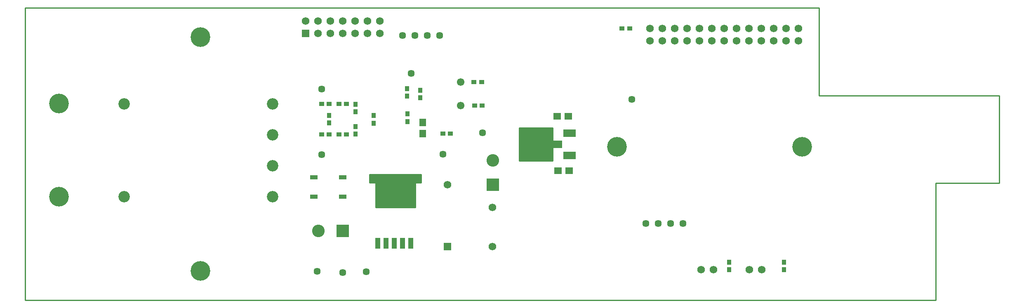
<source format=gts>
*
*
G04 PADS 9.5 Build Number: 522968 generated Gerber (RS-274-X) file*
G04 PC Version=2.1*
*
%IN "ohm1.pcb"*%
*
%MOIN*%
*
%FSLAX35Y35*%
*
*
*
*
G04 PC Standard Apertures*
*
*
G04 Thermal Relief Aperture macro.*
%AMTER*
1,1,$1,0,0*
1,0,$1-$2,0,0*
21,0,$3,$4,0,0,45*
21,0,$3,$4,0,0,135*
%
*
*
G04 Annular Aperture macro.*
%AMANN*
1,1,$1,0,0*
1,0,$2,0,0*
%
*
*
G04 Odd Aperture macro.*
%AMODD*
1,1,$1,0,0*
1,0,$1-0.005,0,0*
%
*
*
G04 PC Custom Aperture Macros*
*
*
*
*
*
*
G04 PC Aperture Table*
*
%ADD010C,0.001*%
%ADD013C,0.01*%
%ADD133R,0.062X0.062*%
%ADD134C,0.062*%
%ADD144R,0.032X0.04*%
%ADD145R,0.04X0.032*%
%ADD146C,0.05712*%
%ADD147R,0.052X0.062*%
%ADD148C,0.06106*%
%ADD149R,0.062X0.052*%
%ADD150R,0.10043X0.06106*%
%ADD151R,0.04413X0.08704*%
%ADD152C,0.15948*%
%ADD153C,0.092*%
%ADD154R,0.10137X0.10137*%
%ADD155C,0.10137*%
%ADD156R,0.06302X0.03546*%
*
*
*
*
G04 PC Circuitry*
G04 Layer Name ohm1.pcb - circuitry*
%LPD*%
*
*
G04 PC Custom Flashes*
G04 Layer Name ohm1.pcb - flashes*
%LPD*%
*
*
G04 PC Circuitry*
G04 Layer Name ohm1.pcb - circuitry*
%LPD*%
*
G54D10*
G54D13*
G01X2032591Y1621086D02*
X2005832D01*
Y1594327*
X2032591*
Y1621086*
X2005932Y1594327D02*
Y1621086D01*
X2006432Y1594327D02*
Y1621086D01*
X2006932Y1594327D02*
Y1621086D01*
X2007432Y1594327D02*
Y1621086D01*
X2007932Y1594327D02*
Y1621086D01*
X2008432Y1594327D02*
Y1621086D01*
X2008932Y1594327D02*
Y1621086D01*
X2009432Y1594327D02*
Y1621086D01*
X2009932Y1594327D02*
Y1621086D01*
X2010432Y1594327D02*
Y1621086D01*
X2010932Y1594327D02*
Y1621086D01*
X2011432Y1594327D02*
Y1621086D01*
X2011932Y1594327D02*
Y1621086D01*
X2012432Y1594327D02*
Y1621086D01*
X2012932Y1594327D02*
Y1621086D01*
X2013432Y1594327D02*
Y1621086D01*
X2013932Y1594327D02*
Y1621086D01*
X2014432Y1594327D02*
Y1621086D01*
X2014932Y1594327D02*
Y1621086D01*
X2015432Y1594327D02*
Y1621086D01*
X2015932Y1594327D02*
Y1621086D01*
X2016432Y1594327D02*
Y1621086D01*
X2016932Y1594327D02*
Y1621086D01*
X2017432Y1594327D02*
Y1621086D01*
X2017932Y1594327D02*
Y1621086D01*
X2018432Y1594327D02*
Y1621086D01*
X2018932Y1594327D02*
Y1621086D01*
X2019432Y1594327D02*
Y1621086D01*
X2019932Y1594327D02*
Y1621086D01*
X2020432Y1594327D02*
Y1621086D01*
X2020932Y1594327D02*
Y1621086D01*
X2021432Y1594327D02*
Y1621086D01*
X2021932Y1594327D02*
Y1621086D01*
X2022432Y1594327D02*
Y1621086D01*
X2022932Y1594327D02*
Y1621086D01*
X2023432Y1594327D02*
Y1621086D01*
X2023932Y1594327D02*
Y1621086D01*
X2024432Y1594327D02*
Y1621086D01*
X2024932Y1594327D02*
Y1621086D01*
X2025432Y1594327D02*
Y1621086D01*
X2025932Y1594327D02*
Y1621086D01*
X2026432Y1594327D02*
Y1621086D01*
X2026932Y1594327D02*
Y1621086D01*
X2027432Y1594327D02*
Y1621086D01*
X2027932Y1594327D02*
Y1621086D01*
X2028432Y1594327D02*
Y1621086D01*
X2028932Y1594327D02*
Y1621086D01*
X2029432Y1594327D02*
Y1621086D01*
X2029932Y1594327D02*
Y1621086D01*
X2030432Y1594327D02*
Y1621086D01*
X2030932Y1594327D02*
Y1621086D01*
X2031432Y1594327D02*
Y1621086D01*
X2031932Y1594327D02*
Y1621086D01*
X2032432Y1594327D02*
Y1621086D01*
X1921600Y1556624D02*
Y1576288D01*
X1921639Y1576408*
X1921714Y1576511*
X1921816Y1576585*
X1921937Y1576624*
X1926462*
Y1583344*
X1884743*
Y1576624*
X1889268*
X1889389Y1576585*
X1889491Y1576511*
X1889566Y1576408*
X1889605Y1576288*
Y1556624*
X1921600*
X1884843Y1576624D02*
Y1583344D01*
X1885343Y1576624D02*
Y1583344D01*
X1885843Y1576624D02*
Y1583344D01*
X1886343Y1576624D02*
Y1583344D01*
X1886843Y1576624D02*
Y1583344D01*
X1887343Y1576624D02*
Y1583344D01*
X1887843Y1576624D02*
Y1583344D01*
X1888343Y1576624D02*
Y1583344D01*
X1888843Y1576624D02*
Y1583344D01*
X1889343Y1576600D02*
Y1583344D01*
X1889843Y1556624D02*
Y1583344D01*
X1890343Y1556624D02*
Y1583344D01*
X1890843Y1556624D02*
Y1583344D01*
X1891343Y1556624D02*
Y1583344D01*
X1891843Y1556624D02*
Y1583344D01*
X1892343Y1556624D02*
Y1583344D01*
X1892843Y1556624D02*
Y1583344D01*
X1893343Y1556624D02*
Y1583344D01*
X1893843Y1556624D02*
Y1583344D01*
X1894343Y1556624D02*
Y1583344D01*
X1894843Y1556624D02*
Y1583344D01*
X1895343Y1556624D02*
Y1583344D01*
X1895843Y1556624D02*
Y1583344D01*
X1896343Y1556624D02*
Y1583344D01*
X1896843Y1556624D02*
Y1583344D01*
X1897343Y1556624D02*
Y1583344D01*
X1897843Y1556624D02*
Y1583344D01*
X1898343Y1556624D02*
Y1583344D01*
X1898843Y1556624D02*
Y1583344D01*
X1899343Y1556624D02*
Y1583344D01*
X1899843Y1556624D02*
Y1583344D01*
X1900343Y1556624D02*
Y1583344D01*
X1900843Y1556624D02*
Y1583344D01*
X1901343Y1556624D02*
Y1583344D01*
X1901843Y1556624D02*
Y1583344D01*
X1902343Y1556624D02*
Y1583344D01*
X1902843Y1556624D02*
Y1583344D01*
X1903343Y1556624D02*
Y1583344D01*
X1903843Y1556624D02*
Y1583344D01*
X1904343Y1556624D02*
Y1583344D01*
X1904843Y1556624D02*
Y1583344D01*
X1905343Y1556624D02*
Y1583344D01*
X1905843Y1556624D02*
Y1583344D01*
X1906343Y1556624D02*
Y1583344D01*
X1906843Y1556624D02*
Y1583344D01*
X1907343Y1556624D02*
Y1583344D01*
X1907843Y1556624D02*
Y1583344D01*
X1908343Y1556624D02*
Y1583344D01*
X1908843Y1556624D02*
Y1583344D01*
X1909343Y1556624D02*
Y1583344D01*
X1909843Y1556624D02*
Y1583344D01*
X1910343Y1556624D02*
Y1583344D01*
X1910843Y1556624D02*
Y1583344D01*
X1911343Y1556624D02*
Y1583344D01*
X1911843Y1556624D02*
Y1583344D01*
X1912343Y1556624D02*
Y1583344D01*
X1912843Y1556624D02*
Y1583344D01*
X1913343Y1556624D02*
Y1583344D01*
X1913843Y1556624D02*
Y1583344D01*
X1914343Y1556624D02*
Y1583344D01*
X1914843Y1556624D02*
Y1583344D01*
X1915343Y1556624D02*
Y1583344D01*
X1915843Y1556624D02*
Y1583344D01*
X1916343Y1556624D02*
Y1583344D01*
X1916843Y1556624D02*
Y1583344D01*
X1917343Y1556624D02*
Y1583344D01*
X1917843Y1556624D02*
Y1583344D01*
X1918343Y1556624D02*
Y1583344D01*
X1918843Y1556624D02*
Y1583344D01*
X1919343Y1556624D02*
Y1583344D01*
X1919843Y1556624D02*
Y1583344D01*
X1920343Y1556624D02*
Y1583344D01*
X1920843Y1556624D02*
Y1583344D01*
X1921343Y1556624D02*
Y1583344D01*
X1921843Y1576594D02*
Y1583344D01*
X1922343Y1576624D02*
Y1583344D01*
X1922843Y1576624D02*
Y1583344D01*
X1923343Y1576624D02*
Y1583344D01*
X1923843Y1576624D02*
Y1583344D01*
X1924343Y1576624D02*
Y1583344D01*
X1924843Y1576624D02*
Y1583344D01*
X1925343Y1576624D02*
Y1583344D01*
X1925843Y1576624D02*
Y1583344D01*
X1926343Y1576624D02*
Y1583344D01*
X1606299Y1481890D02*
Y1718110D01*
X2248031*
Y1647244*
X2393701*
Y1576378*
X2342520*
Y1481890*
X1606299*
G54D133*
X1833197Y1697394D03*
X1947835Y1525156D03*
G54D134*
X1833197Y1707394D03*
X1843197Y1697394D03*
Y1707394D03*
X1853197Y1697394D03*
Y1707394D03*
X1863197Y1697394D03*
Y1707394D03*
X1873197Y1697394D03*
Y1707394D03*
X1883197Y1697394D03*
Y1707394D03*
X1893197Y1697394D03*
Y1707394D03*
X2111357Y1691580D03*
Y1701580D03*
X2121357Y1691580D03*
Y1701580D03*
X2131357Y1691580D03*
Y1701580D03*
X2141357Y1691580D03*
Y1701580D03*
X2151357Y1691580D03*
Y1701580D03*
X2161357Y1691580D03*
Y1701580D03*
X2171357Y1691580D03*
Y1701580D03*
X2181357Y1691580D03*
Y1701580D03*
X2191357Y1691580D03*
Y1701580D03*
X2201357Y1691580D03*
Y1701580D03*
X2211357Y1691580D03*
Y1701580D03*
X2221357Y1691580D03*
Y1701580D03*
X2231357Y1691580D03*
Y1701580D03*
X1947835Y1575156D03*
X1984227Y1525156D03*
Y1556652D03*
X2191659Y1506353D03*
X2201659D03*
X2152693D03*
X2162693D03*
G54D144*
X1915055Y1646656D03*
Y1652856D03*
X2175458Y1506324D03*
Y1512524D03*
X1925677Y1651520D03*
Y1645320D03*
X1915401Y1632411D03*
Y1626211D03*
X1888051Y1631029D03*
Y1624829D03*
X1873583Y1640196D03*
Y1633996D03*
Y1622194D03*
Y1615994D03*
X1852180Y1625065D03*
Y1631265D03*
X2219871Y1506312D03*
Y1512512D03*
G54D145*
X1866175Y1640587D03*
X1859975D03*
X2094926Y1701505D03*
X2088726D03*
X1943953Y1616447D03*
X1950153D03*
X1975798Y1639031D03*
X1969598D03*
X1975356Y1658276D03*
X1969156D03*
X1846015Y1615650D03*
X1852215D03*
X1866175D03*
X1859975D03*
X1852215Y1640587D03*
X1846015D03*
G54D146*
X1976186Y1617224D03*
X2096687Y1644199D03*
X1918437Y1665183D03*
X1943945Y1599654D03*
X1941435Y1695636D03*
X1931435D03*
X1921435D03*
X1911435D03*
X1842374Y1505281D03*
X1882132Y1504833D03*
X1863178Y1503992D03*
X1846022Y1652344D03*
X1845982Y1599453D03*
X2108206Y1543758D03*
X2118206D03*
X2128206D03*
X2138206D03*
G54D147*
X1927805Y1616457D03*
Y1625457D03*
G54D148*
X1958291Y1639047D03*
Y1658260D03*
G54D149*
X2046149Y1586392D03*
X2037149D03*
X2045492Y1630449D03*
X2036492D03*
G54D150*
X2046377Y1598651D03*
X2035432Y1607927D03*
X2046377Y1616761D03*
X2011432Y1607927D03*
G54D151*
X1891311Y1527957D03*
X1898004D03*
X1904697D03*
X1911390D03*
X1918083D03*
X1905390Y1573957D03*
G54D152*
X2084891Y1605802D03*
X1748031Y1694488D03*
Y1505512D03*
X1633858Y1640651D03*
Y1565575D03*
X2234564Y1605802D03*
G54D153*
X1686559Y1640602D03*
Y1565602D03*
X1806559Y1640602D03*
Y1615602D03*
Y1590602D03*
Y1565602D03*
G54D154*
X1863152Y1537828D03*
X1984358Y1575198D03*
G54D155*
X1843467Y1537828D03*
X1984358Y1594883D03*
G54D156*
X1863126Y1565530D03*
Y1581278D03*
X1839898D03*
Y1565530D03*
X0Y0D02*
M02*

</source>
